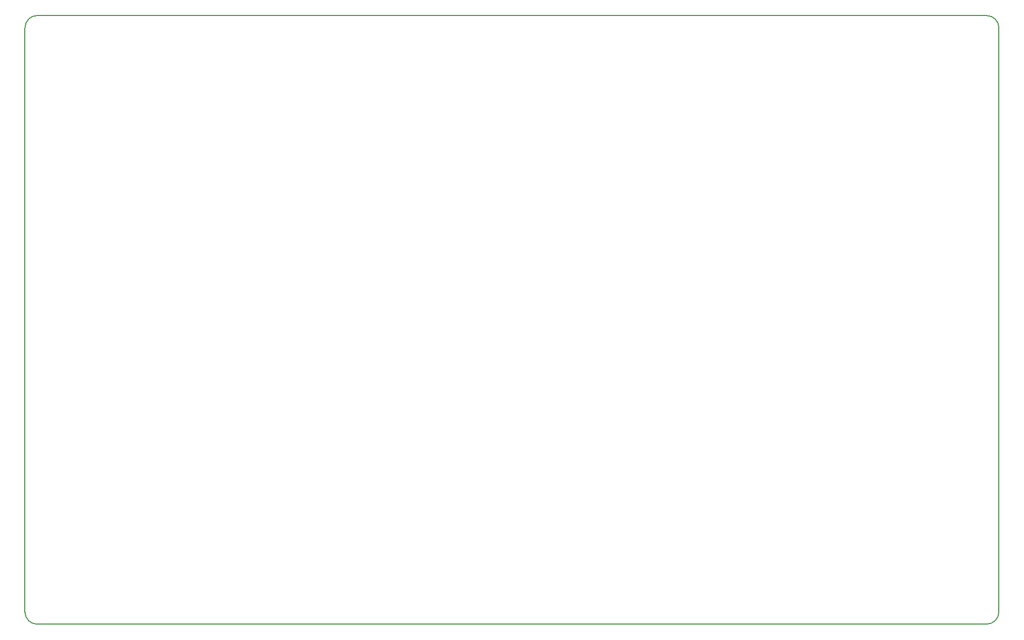
<source format=gm1>
G04 #@! TF.GenerationSoftware,KiCad,Pcbnew,(5.1.5)-3*
G04 #@! TF.CreationDate,2020-04-19T00:39:00+08:00*
G04 #@! TF.ProjectId,HEMAC_POWER,48454d41-435f-4504-9f57-45522e6b6963,rev?*
G04 #@! TF.SameCoordinates,Original*
G04 #@! TF.FileFunction,Profile,NP*
%FSLAX46Y46*%
G04 Gerber Fmt 4.6, Leading zero omitted, Abs format (unit mm)*
G04 Created by KiCad (PCBNEW (5.1.5)-3) date 2020-04-19 00:39:00*
%MOMM*%
%LPD*%
G04 APERTURE LIST*
%ADD10C,0.200000*%
G04 APERTURE END LIST*
D10*
X225000000Y-148000000D02*
G75*
G02X223000000Y-150000000I-2000000J0D01*
G01*
X67000000Y-150000000D02*
G75*
G02X65000000Y-148000000I0J2000000D01*
G01*
X65000000Y-52000000D02*
G75*
G02X67000000Y-50000000I2000000J0D01*
G01*
X223000000Y-50000000D02*
G75*
G02X225000000Y-52000000I0J-2000000D01*
G01*
X65000000Y-148000000D02*
X65000000Y-52000000D01*
X223000000Y-150000000D02*
X67000000Y-150000000D01*
X225000000Y-52000000D02*
X225000000Y-148000000D01*
X67000000Y-50000000D02*
X223000000Y-50000000D01*
M02*

</source>
